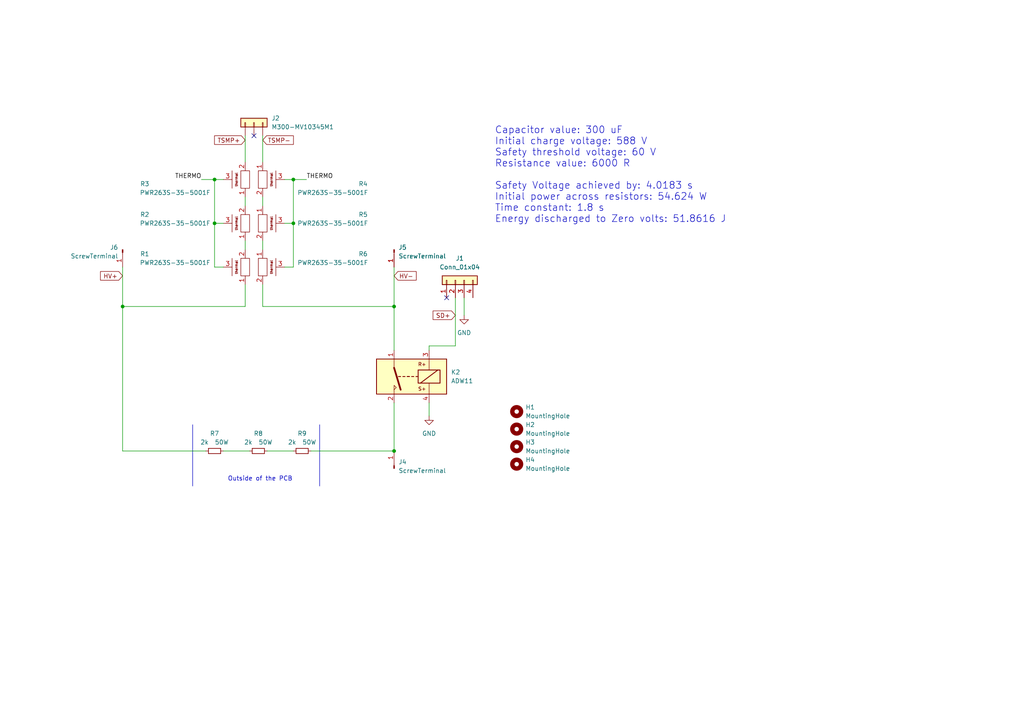
<source format=kicad_sch>
(kicad_sch (version 20250114) (generator "eeschema") (generator_version "9.0")
  (paper "A4")
  (title_block (title "Discharge") (rev "${REVISION}") (company "Author: Marco W. Santoro") (comment 1 "Reviewer:"))
  (lib_symbols
    (symbol "7696:PWR263S-35-5001F"
      (property "Reference" "PWR263S-35-5001F" (at 13.97 7.62 0))
      (symbol "PWR263S-35-5001F_0_1"
        (polyline (pts (xy 5.08 5.08) (xy 5.08 0)))
      )
      (symbol "PWR263S-35-5001F_1_1"
        (rectangle (start 0 5.08) (end 2.54 0))
        (text "thermal" (at 3.81 2.54 900) (effects (font (size 0.7 0.7))))
        (pin passive line (at 1.27 7.62 270) (length 2.54) (name "") (number "1"))
        (pin passive line (at 1.27 -2.54 90) (length 2.54) (name "") (number "2"))
        (pin passive line (at 7.62 2.54 180) (length 2.54) (name "") (number "3"))
      )
    )
    (symbol "Connector:Conn_01x01_Pin" (pin_names (offset 1.016) (hide yes))
      (property "Reference" "J" (at 0 2.54 0))
      (property "Value" "Conn_01x01_Pin" (at 0 -2.54 0))
      (symbol "Conn_01x01_Pin_1_1"
        (rectangle (start 0.8636 0.127) (end 0 -0.127) (stroke (width 0.1524)) (fill (type outline)))
        (polyline (pts (xy 1.27 0) (xy 0.8636 0)) (stroke (width 0.1524)))
        (pin passive line (at 5.08 0 180) (length 3.81) (name "Pin_1") (number "1"))
      )
    )
    (symbol "Connector_Generic:Conn_01x04" (pin_names (offset 1.016) (hide yes))
      (property "Reference" "J" (at 0 5.08 0))
      (property "Value" "Conn_01x04" (at 0 -7.62 0))
      (symbol "Conn_01x04_1_1"
        (rectangle (start -1.27 3.81) (end 1.27 -6.35) (stroke (width 0.254)) (fill (type background)))
        (rectangle (start -1.27 2.667) (end 0 2.413) (stroke (width 0.1524)))
        (rectangle (start -1.27 0.127) (end 0 -0.127) (stroke (width 0.1524)))
        (rectangle (start -1.27 -2.413) (end 0 -2.667) (stroke (width 0.1524)))
        (rectangle (start -1.27 -4.953) (end 0 -5.207) (stroke (width 0.1524)))
        (pin passive line (at -5.08 2.54 0) (length 3.81) (name "Pin_1") (number "1"))
        (pin passive line (at -5.08 0 0) (length 3.81) (name "Pin_2") (number "2"))
        (pin passive line (at -5.08 -2.54 0) (length 3.81) (name "Pin_3") (number "3"))
        (pin passive line (at -5.08 -5.08 0) (length 3.81) (name "Pin_4") (number "4"))
      )
    )
    (symbol "Device:R_Small" (pin_numbers (hide yes)) (pin_names (offset 0.254) (hide yes))
      (property "Reference" "R" (at 0.762 0.508 0))
      (property "Value" "R_Small" (at 0.762 -1.016 0))
      (symbol "R_Small_0_1"
        (rectangle (start -0.762 1.778) (end 0.762 -1.778) (stroke (width 0.2032)))
      )
      (symbol "R_Small_1_1"
        (pin passive line (at 0 2.54 270) (length 0.762) (name "~") (number "1"))
        (pin passive line (at 0 -2.54 90) (length 0.762) (name "~") (number "2"))
      )
    )
    (symbol "Mechanical:MountingHole" (pin_names (offset 1.016))
      (property "Reference" "H" (at 0 5.08 0))
      (property "Value" "MountingHole" (at 0 3.175 0))
      (symbol "MountingHole_0_1"
        (circle (center 0 0) (radius 1.27) (stroke (width 1.27)))
      )
    )
    (symbol "Relay:ADW11"
      (property "Reference" "K2" (at 11.43 1.27 0))
      (property "Value" "ADW11" (at 11.43 -1.27 0))
      (symbol "ADW11_1_1"
        (rectangle (start -10.16 5.08) (end 10.16 -5.08) (stroke (width 0.254)) (fill (type background)))
        (rectangle (start -8.255 1.905) (end -1.905 -1.905) (stroke (width 0.254)))
        (polyline (pts (xy -7.62 -1.905) (xy -2.54 1.905)) (stroke (width 0.254)))
        (polyline (pts (xy -5.08 5.08) (xy -5.08 1.905)))
        (polyline (pts (xy -5.08 -5.08) (xy -5.08 -1.905)))
        (polyline (pts (xy -1.905 0) (xy -1.27 0)) (stroke (width 0.254)))
        (polyline (pts (xy -0.635 0) (xy 0 0)) (stroke (width 0.254)))
        (polyline (pts (xy 0.635 0) (xy 1.27 0)) (stroke (width 0.254)))
        (polyline (pts (xy 0.635 0) (xy 1.27 0)) (stroke (width 0.254)))
        (polyline (pts (xy 1.905 0) (xy 2.54 0)) (stroke (width 0.254)))
        (polyline (pts (xy 3.175 0) (xy 3.81 0)) (stroke (width 0.254)))
        (polyline (pts (xy 5.08 3.81) (xy 5.08 5.08)))
        (polyline (pts (xy 5.08 3.81) (xy 5.08 2.54) (xy 4.445 3.175) (xy 5.08 3.81)))
        (polyline (pts (xy 5.08 -2.54) (xy 3.175 3.81)) (stroke (width 0.508)))
        (polyline (pts (xy 5.08 -2.54) (xy 5.08 -5.08)))
        (text "S+" (at -3.048 3.556 0) (effects (font (size 1.016 1.016))))
        (text "R+" (at -3.048 -3.556 0) (effects (font (size 1.016 1.016))))
        (pin passive line (at -5.08 7.62 270) (length 2.54) (name "~") (number "4"))
        (pin passive line (at -5.08 -7.62 90) (length 2.54) (name "~") (number "3"))
        (pin passive line (at 5.08 7.62 270) (length 2.54) (name "~") (number "2"))
        (pin passive line (at 5.08 -7.62 90) (length 2.54) (name "~") (number "1"))
      )
    )
    (symbol "Samacsys_kicad_sym:M300-MV10345M1" (pin_numbers (hide yes)) (pin_names (offset 0.762) (hide yes))
      (property "Reference" "J" (at 16.51 7.62 0))
      (property "Value" "M300-MV10345M1" (at 16.51 5.08 0))
      (symbol "M300-MV10345M1_1_1"
        (rectangle (start -1.27 3.81) (end 1.27 -3.81) (stroke (width 0.254)) (fill (type background)))
        (rectangle (start -1.27 2.667) (end 0 2.413) (stroke (width 0.1524)))
        (rectangle (start -1.27 0.127) (end 0 -0.127) (stroke (width 0.1524)))
        (rectangle (start -1.27 -2.413) (end 0 -2.667) (stroke (width 0.1524)))
        (pin passive line (at -3.81 2.54 0) (length 2.54) (name "Pin_1") (number "1"))
        (pin passive line (at -3.81 0 0) (length 2.54) (name "Pin_2") (number "2"))
        (pin passive line (at -3.81 -2.54 0) (length 2.54) (name "Pin_3") (number "3"))
      )
    )
    (symbol "power:GND" (power) (pin_names (offset 0))
      (property "Value" "GND" (at 0 -3.81 0))
      (symbol "GND_0_1"
        (polyline (pts (xy 0 0) (xy 0 -1.27) (xy 1.27 -1.27) (xy 0 -2.54) (xy -1.27 -1.27) (xy 0 -1.27)))
      )
      (symbol "GND_1_1"
        (pin power_in line (at 0 0 270) (length 0) (hide yes) (name "GND") (number "1"))
      )
    )
  )
  (text "Outside of the PCB\n" (at 66.04 139.7 0) (effects (font (size 1.27 1.27)) (justify left bottom)))
  (text "Capacitor value: 300 uF\nInitial charge voltage: 588 V\nSafety threshold voltage: 60 V\nResistance value: 6000 R\n\nSafety Voltage achieved by: 4.0183 s\nInitial power across resistors: 54.624 W\nTime constant: 1.8 s\nEnergy discharged to Zero volts: 51.8616 J" (at 143.51 64.77 0) (effects (font (size 2 2)) (justify left bottom)))
  (junction (at 35.56 88.9))
  (junction (at 114.3 130.81))
  (junction (at 114.3 88.9))
  (junction (at 62.23 52.07))
  (junction (at 85.09 64.77))
  (junction (at 85.09 52.07))
  (junction (at 62.23 64.77))
  (no_connect (at 73.66 39.37))
  (no_connect (at 129.54 86.36))
  (wire (pts (xy 124.46 116.84) (xy 124.46 120.65)))
  (wire (pts (xy 114.3 77.47) (xy 114.3 88.9)))
  (wire (pts (xy 62.23 52.07) (xy 64.77 52.07)))
  (wire (pts (xy 64.77 130.81) (xy 72.39 130.81)))
  (wire (pts (xy 71.12 69.85) (xy 71.12 72.39)))
  (wire (pts (xy 35.56 88.9) (xy 35.56 130.81)))
  (wire (pts (xy 114.3 116.84) (xy 114.3 130.81)))
  (wire (pts (xy 71.12 57.15) (xy 71.12 59.69)))
  (wire (pts (xy 90.17 130.81) (xy 114.3 130.81)))
  (wire (pts (xy 85.09 77.47) (xy 82.55 77.47)))
  (wire (pts (xy 124.46 100.33) (xy 124.46 101.6)))
  (wire (pts (xy 76.2 82.55) (xy 76.2 88.9)))
  (wire (pts (xy 134.62 86.36) (xy 134.62 91.44)))
  (wire (pts (xy 71.12 82.55) (xy 71.12 88.9)))
  (wire (pts (xy 58.42 52.07) (xy 62.23 52.07)))
  (wire (pts (xy 35.56 88.9) (xy 71.12 88.9)))
  (wire (pts (xy 132.08 100.33) (xy 124.46 100.33)))
  (wire (pts (xy 62.23 64.77) (xy 64.77 64.77)))
  (wire (pts (xy 35.56 130.81) (xy 59.69 130.81)))
  (wire (pts (xy 132.08 86.36) (xy 132.08 100.33)))
  (polyline (pts (xy 92.71 123.19) (xy 92.71 140.97)))
  (wire (pts (xy 76.2 88.9) (xy 114.3 88.9)))
  (wire (pts (xy 85.09 52.07) (xy 85.09 64.77)))
  (wire (pts (xy 71.12 46.99) (xy 71.12 39.37)))
  (polyline (pts (xy 55.88 123.19) (xy 55.88 140.97)))
  (wire (pts (xy 85.09 52.07) (xy 82.55 52.07)))
  (wire (pts (xy 62.23 52.07) (xy 62.23 64.77)))
  (wire (pts (xy 35.56 77.47) (xy 35.56 88.9)))
  (wire (pts (xy 85.09 64.77) (xy 82.55 64.77)))
  (wire (pts (xy 114.3 101.6) (xy 114.3 88.9)))
  (wire (pts (xy 77.47 130.81) (xy 85.09 130.81)))
  (wire (pts (xy 76.2 69.85) (xy 76.2 72.39)))
  (wire (pts (xy 85.09 64.77) (xy 85.09 77.47)))
  (wire (pts (xy 76.2 39.37) (xy 76.2 46.99)))
  (wire (pts (xy 76.2 57.15) (xy 76.2 59.69)))
  (wire (pts (xy 62.23 64.77) (xy 62.23 77.47)))
  (wire (pts (xy 88.9 52.07) (xy 85.09 52.07)))
  (wire (pts (xy 62.23 77.47) (xy 64.77 77.47)))
  (label "THERMO" (at 58.42 52.07 180))
  (label "THERMO" (at 88.9 52.07 0))
  (global_label "HV-" (shape input) (at 114.3 80.01 0) (property "Intersheetrefs" "${INTERSHEET_REFS}" (effects (hide yes))))
  (global_label "HV+" (shape input) (at 35.56 80.01 180) (property "Intersheetrefs" "${INTERSHEET_REFS}" (effects (hide yes))))
  (global_label "TSMP+" (shape input) (at 71.12 40.64 180) (property "Intersheetrefs" "${INTERSHEET_REFS}" (effects (hide yes))))
  (global_label "TSMP-" (shape input) (at 76.2 40.64 0) (property "Intersheetrefs" "${INTERSHEET_REFS}" (effects (hide yes))))
  (global_label "SD+" (shape input) (at 132.08 91.44 180) (property "Intersheetrefs" "${INTERSHEET_REFS}" (effects (hide yes))))
  (symbol (lib_id "Mechanical:MountingHole") (at 149.86 119.38 0) (unit 1)
    (property "Reference" "H1" (at 152.4 118.11 0) (effects (justify left)))
    (property "Value" "MountingHole" (at 152.4 120.65 0) (effects (justify left)))
    (property "Footprint" "MountingHole:MountingHole_3.2mm_M3" (effects (hide yes)))
  )
  (symbol (lib_id "Samacsys_kicad_sym:M300-MV10345M1") (at 73.66 35.56 90) (unit 1)
    (property "Reference" "J2" (at 78.74 34.2899 90) (effects (justify right)))
    (property "Value" "M300-MV10345M1" (at 78.74 36.8299 90) (effects (justify right)))
    (property "Footprint" "Samacsys:M300MV10345M1" (effects (hide yes)))
    (property "Datasheet" "https://cdn.harwin.com/pdfs/M300-MV10345M1.pdf" (effects (hide yes)))
    (property "Description" "M300 - 3mm Pitch - SIL Male Throughboard Connector, with Jackscrews, 3 contacts" (effects (hide yes)))
    (property "Height" "7" (effects (hide yes)))
    (property "Mouser Part Number" "855-M300-MV10345M1" (effects (hide yes)))
    (property "Mouser Price/Stock" "https://www.mouser.co.uk/ProductDetail/Harwin/M300-MV10345M1?qs=QkPn6D1Vh3i6f7zpJZvlHw%3D%3D" (effects (hide yes)))
    (property "Manufacturer_Name" "Harwin" (effects (hide yes)))
    (property "Manufacturer_Part_Number" "M300-MV10345M1" (effects (hide yes)))
  )
  (symbol (lib_id "Mechanical:MountingHole") (at 149.86 134.62 0) (unit 1)
    (property "Reference" "H4" (at 152.4 133.35 0) (effects (justify left)))
    (property "Value" "MountingHole" (at 152.4 135.89 0) (effects (justify left)))
    (property "Footprint" "MountingHole:MountingHole_3.2mm_M3" (effects (hide yes)))
  )
  (symbol (lib_id "7696:PWR263S-35-5001F") (at 74.93 80.01 0) (unit 1)
    (property "Reference" "R6" (at 106.68 73.66 0) (effects (justify right)))
    (property "Value" "PWR263S-35-5001F" (at 96.52 76.2 0))
    (property "Footprint" "7696:PWR263S-35-5001F" (effects (hide yes)))
    (property "Datasheet" "https://www.mouser.pl/datasheet/2/54/pwr263s_35-778069.pdf" (effects (hide yes)))
  )
  (symbol (lib_id "power:GND") (at 124.46 120.65 0) (unit 1)
    (property "Reference" "#PWR02" (effects (hide yes)))
    (property "Value" "GND" (at 124.46 125.73 0))
  )
  (symbol (lib_id "7696:PWR263S-35-5001F") (at 74.93 67.31 0) (unit 1)
    (property "Reference" "R5" (at 106.68 62.23 0) (effects (justify right)))
    (property "Value" "PWR263S-35-5001F" (at 96.52 64.77 0))
    (property "Footprint" "7696:PWR263S-35-5001F" (effects (hide yes)))
    (property "Datasheet" "https://www.mouser.pl/datasheet/2/54/pwr263s_35-778069.pdf" (effects (hide yes)))
  )
  (symbol (lib_id "7696:PWR263S-35-5001F") (at 72.39 74.93 180) (unit 1)
    (property "Reference" "R1" (at 40.64 73.66 0) (effects (justify right)))
    (property "Value" "PWR263S-35-5001F" (at 50.8 76.2 0))
    (property "Footprint" "7696:PWR263S-35-5001F" (effects (hide yes)))
    (property "Datasheet" "https://www.mouser.pl/datasheet/2/54/pwr263s_35-778069.pdf" (effects (hide yes)))
  )
  (symbol (lib_id "Connector:Conn_01x01_Pin") (at 114.3 72.39 270) (unit 1)
    (property "Reference" "J5" (at 115.57 71.755 90) (effects (justify left)))
    (property "Value" "ScrewTerminal" (at 115.57 74.295 90) (effects (justify left)))
    (property "Footprint" "7696:7696" (effects (hide yes)))
  )
  (symbol (lib_id "Connector_Generic:Conn_01x04") (at 132.08 81.28 90) (unit 1)
    (property "Reference" "J1" (at 133.35 74.93 90))
    (property "Value" "Conn_01x04" (at 133.35 77.47 90))
    (property "Footprint" "Harwin_m80:HARWIN_M80-5100442" (effects (hide yes)))
    (property "Description" "Generic connector, single row, 01x04, script generated (kicad-library-utils/schlib/autogen/connector/)" (effects (hide yes)))
  )
  (symbol (lib_id "Mechanical:MountingHole") (at 149.86 124.46 0) (unit 1)
    (property "Reference" "H2" (at 152.4 123.19 0) (effects (justify left)))
    (property "Value" "MountingHole" (at 152.4 125.73 0) (effects (justify left)))
    (property "Footprint" "MountingHole:MountingHole_3.2mm_M3" (effects (hide yes)))
  )
  (symbol (lib_id "Connector:Conn_01x01_Pin") (at 114.3 135.89 90) (unit 1)
    (property "Reference" "J4" (at 115.57 133.985 90) (effects (justify right)))
    (property "Value" "ScrewTerminal" (at 115.57 136.525 90) (effects (justify right)))
    (property "Footprint" "7696:7696" (effects (hide yes)))
  )
  (symbol (lib_id "Device:R_Small") (at 62.23 130.81 90) (unit 1) (in_bom no) (on_board no)
    (property "Reference" "R7" (at 62.23 125.73 90))
    (property "Value" "2k  50W" (at 62.23 128.27 90))
    (property "Datasheet" "https://media.distrelec.com/Web/Downloads/a_/e1/Arcol_HS10_300_eng_tds.pdf" (effects (hide yes)))
  )
  (symbol (lib_id "7696:PWR263S-35-5001F") (at 72.39 62.23 180) (unit 1)
    (property "Reference" "R2" (at 40.64 62.23 0) (effects (justify right)))
    (property "Value" "PWR263S-35-5001F" (at 50.8 64.77 0))
    (property "Footprint" "7696:PWR263S-35-5001F" (effects (hide yes)))
    (property "Datasheet" "https://www.mouser.pl/datasheet/2/54/pwr263s_35-778069.pdf" (effects (hide yes)))
  )
  (symbol (lib_id "7696:PWR263S-35-5001F") (at 72.39 49.53 180) (unit 1)
    (property "Reference" "R3" (at 40.64 53.34 0) (effects (justify right)))
    (property "Value" "PWR263S-35-5001F" (at 50.8 55.88 0))
    (property "Footprint" "7696:PWR263S-35-5001F" (effects (hide yes)))
    (property "Datasheet" "https://www.mouser.pl/datasheet/2/54/pwr263s_35-778069.pdf" (effects (hide yes)))
  )
  (symbol (lib_id "Mechanical:MountingHole") (at 149.86 129.54 0) (unit 1)
    (property "Reference" "H3" (at 152.4 128.27 0) (effects (justify left)))
    (property "Value" "MountingHole" (at 152.4 130.81 0) (effects (justify left)))
    (property "Footprint" "MountingHole:MountingHole_3.2mm_M3" (effects (hide yes)))
  )
  (symbol (lib_id "Connector:Conn_01x01_Pin") (at 35.56 72.39 90) (mirror x) (unit 1)
    (property "Reference" "J6" (at 34.29 71.755 90) (effects (justify left)))
    (property "Value" "ScrewTerminal" (at 34.29 74.295 90) (effects (justify left)))
    (property "Footprint" "7696:7696" (effects (hide yes)))
  )
  (symbol (lib_id "7696:PWR263S-35-5001F") (at 74.93 54.61 0) (unit 1)
    (property "Reference" "R4" (at 106.68 53.34 0) (effects (justify right)))
    (property "Value" "PWR263S-35-5001F" (at 96.52 55.88 0))
    (property "Footprint" "7696:PWR263S-35-5001F" (effects (hide yes)))
    (property "Datasheet" "https://www.mouser.pl/datasheet/2/54/pwr263s_35-778069.pdf" (effects (hide yes)))
  )
  (symbol (lib_id "Device:R_Small") (at 87.63 130.81 90) (unit 1) (in_bom no) (on_board no)
    (property "Reference" "R9" (at 87.63 125.73 90))
    (property "Value" "2k  50W" (at 87.63 128.27 90))
    (property "Datasheet" "https://media.distrelec.com/Web/Downloads/a_/e1/Arcol_HS10_300_eng_tds.pdf" (effects (hide yes)))
  )
  (symbol (lib_id "power:GND") (at 134.62 91.44 0) (unit 1)
    (property "Reference" "#PWR01" (effects (hide yes)))
    (property "Value" "GND" (at 134.62 96.52 0))
  )
  (symbol (lib_id "Device:R_Small") (at 74.93 130.81 90) (unit 1) (in_bom no) (on_board no)
    (property "Reference" "R8" (at 74.93 125.73 90))
    (property "Value" "2k  50W" (at 74.93 128.27 90))
    (property "Datasheet" "https://media.distrelec.com/Web/Downloads/a_/e1/Arcol_HS10_300_eng_tds.pdf" (effects (hide yes)))
  )
  (symbol (lib_id "Relay:ADW11") (at 119.38 109.22 180) (unit 1)
    (property "Reference" "K2" (at 130.81 107.95 0) (effects (justify right)))
    (property "Value" "ADW11" (at 130.81 110.49 0) (effects (justify right)))
    (property "Footprint" "KiCad:DBR72410" (effects (hide yes)))
    (property "Datasheet" "https://www.panasonic-electric-works.com/pew/es/downloads/ds_dw_hl_en.pdf" (effects (hide yes)))
  )
)
</source>
